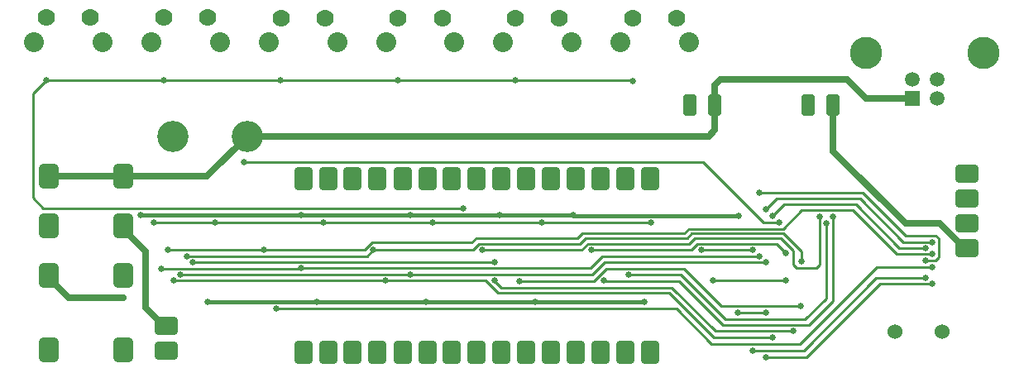
<source format=gbr>
G04 DipTrace 4.1.0.0*
G04 1 - Top.gbr*
%MOIN*%
G04 #@! TF.FileFunction,Copper,L1,Top*
G04 #@! TF.Part,Single*
%AMOUTLINE0*
4,1,40,
-0.027558,-0.029529,
-0.02756,0.029527,
-0.02735,0.031919,
-0.02673,0.034239,
-0.025714,0.036416,
-0.024336,0.038384,
-0.022638,0.040082,
-0.020671,0.04146,
-0.018494,0.042476,
-0.016173,0.043097,
-0.013781,0.043307,
0.013778,0.043308,
0.01617,0.043098,
0.018491,0.042477,
0.020668,0.041461,
0.022635,0.040084,
0.024333,0.038385,
0.025711,0.036418,
0.026727,0.034241,
0.027348,0.031921,
0.027558,0.029529,
0.02756,-0.029527,
0.02735,-0.031919,
0.02673,-0.034239,
0.025714,-0.036416,
0.024336,-0.038384,
0.022638,-0.040082,
0.020671,-0.04146,
0.018494,-0.042476,
0.016173,-0.043097,
0.013781,-0.043307,
-0.013778,-0.043308,
-0.01617,-0.043098,
-0.018491,-0.042477,
-0.020668,-0.041461,
-0.022635,-0.040084,
-0.024333,-0.038385,
-0.025711,-0.036418,
-0.026727,-0.034241,
-0.027348,-0.031921,
-0.027558,-0.029529,
0*%
%AMOUTLINE3*
4,1,28,
0.01875,-0.0475,
-0.01875,-0.0475,
-0.023603,-0.046861,
-0.028125,-0.044988,
-0.032008,-0.042008,
-0.034988,-0.038125,
-0.036861,-0.033603,
-0.0375,-0.02875,
-0.0375,0.02875,
-0.036861,0.033603,
-0.034988,0.038125,
-0.032008,0.042008,
-0.028125,0.044988,
-0.023603,0.046861,
-0.01875,0.0475,
0.01875,0.0475,
0.023603,0.046861,
0.028125,0.044988,
0.032008,0.042008,
0.034988,0.038125,
0.036861,0.033603,
0.0375,0.02875,
0.0375,-0.02875,
0.036861,-0.033603,
0.034988,-0.038125,
0.032008,-0.042008,
0.028125,-0.044988,
0.023603,-0.046861,
0.01875,-0.0475,
0*%
%AMOUTLINE6*
4,1,28,
0.0475,0.01875,
0.0475,-0.01875,
0.046861,-0.023603,
0.044988,-0.028125,
0.042008,-0.032008,
0.038125,-0.034988,
0.033603,-0.036861,
0.02875,-0.0375,
-0.02875,-0.0375,
-0.033603,-0.036861,
-0.038125,-0.034988,
-0.042008,-0.032008,
-0.044988,-0.028125,
-0.046861,-0.023603,
-0.0475,-0.01875,
-0.0475,0.01875,
-0.046861,0.023603,
-0.044988,0.028125,
-0.042008,0.032008,
-0.038125,0.034988,
-0.033603,0.036861,
-0.02875,0.0375,
0.02875,0.0375,
0.033603,0.036861,
0.038125,0.034988,
0.042008,0.032008,
0.044988,0.028125,
0.046861,0.023603,
0.0475,0.01875,
0*%
%AMOUTLINE9*
4,1,28,
-0.047499,-0.018752,
-0.047501,0.018748,
-0.046862,0.023601,
-0.044989,0.028124,
-0.042009,0.032007,
-0.038126,0.034987,
-0.033604,0.03686,
-0.028751,0.037499,
0.028749,0.037501,
0.033602,0.036862,
0.038124,0.034989,
0.042007,0.03201,
0.044987,0.028126,
0.04686,0.023604,
0.047499,0.018752,
0.047501,-0.018748,
0.046862,-0.023601,
0.044989,-0.028124,
0.042009,-0.032007,
0.038126,-0.034987,
0.033604,-0.03686,
0.028751,-0.037499,
-0.028749,-0.037501,
-0.033602,-0.036862,
-0.038124,-0.034989,
-0.042007,-0.03201,
-0.044987,-0.028126,
-0.04686,-0.023604,
-0.047499,-0.018752,
0*%
%AMOUTLINE12*
4,1,40,
0.019685,-0.049213,
-0.019685,-0.049213,
-0.023104,-0.048913,
-0.026417,-0.048025,
-0.029528,-0.046575,
-0.032339,-0.044608,
-0.034765,-0.042181,
-0.036732,-0.03937,
-0.038182,-0.03626,
-0.039071,-0.032946,
-0.03937,-0.029528,
-0.03937,0.029528,
-0.039071,0.032946,
-0.038182,0.03626,
-0.036732,0.03937,
-0.034765,0.042181,
-0.032339,0.044608,
-0.029528,0.046575,
-0.026417,0.048025,
-0.023104,0.048913,
-0.019685,0.049213,
0.019685,0.049213,
0.023104,0.048913,
0.026417,0.048025,
0.029528,0.046575,
0.032339,0.044608,
0.034765,0.042181,
0.036732,0.03937,
0.038182,0.03626,
0.039071,0.032946,
0.03937,0.029528,
0.03937,-0.029528,
0.039071,-0.032946,
0.038182,-0.03626,
0.036732,-0.03937,
0.034765,-0.042181,
0.032339,-0.044608,
0.029528,-0.046575,
0.026417,-0.048025,
0.023104,-0.048913,
0.019685,-0.049213,
0*%
G04 #@! TA.AperFunction,ViaPad*
%ADD16C,0.025*%
G04 #@! TA.AperFunction,Conductor*
%ADD17C,0.01*%
%ADD19C,0.015*%
G04 #@! TA.AperFunction,ComponentPad*
%ADD22C,0.125984*%
%ADD26C,0.07*%
%ADD27C,0.08*%
%ADD32C,0.059055*%
%ADD33R,0.059055X0.059055*%
%ADD34C,0.129921*%
%ADD42C,0.06*%
%ADD92OUTLINE0*%
%ADD95OUTLINE3*%
%ADD98OUTLINE6*%
%ADD101OUTLINE9*%
%ADD104OUTLINE12*%
%FSLAX26Y26*%
G04*
G70*
G90*
G75*
G01*
G04 Top*
%LPD*%
X1099743Y1252877D2*
D16*
X1436703D1*
X1598803Y1414976D1*
X1099743Y1252877D2*
X799743D1*
X3483803Y1540822D2*
X3483787D1*
X4280748Y1566159D2*
X4094444D1*
X4015803Y1644799D1*
X3506803D1*
X3483803Y1621799D1*
Y1540837D1*
X1598803Y1414976D2*
X3459244D1*
X3483787Y1439520D1*
Y1540822D1*
X3961178Y1541113D2*
Y1354904D1*
X4252843Y1063240D1*
X4360870D1*
X4501171Y964453D2*
X4490130D1*
X4391343Y1063240D1*
X4360870D1*
X1440433Y747375D2*
D19*
X1880433D1*
X2320433D1*
X2760433D1*
X3200433D1*
X3635846Y550744D2*
D17*
X3841512D1*
X4133551Y842783D1*
X4333843D1*
X3635846Y955957D2*
X3428433D1*
Y956377D1*
X3690388Y523138D2*
X3852906D1*
X4148945Y819177D1*
X4358449D1*
X3689857Y702815D2*
X3578373D1*
X3577933Y702375D1*
X3768661Y833622D2*
X3477425Y833657D1*
X3768835Y944516D2*
X3732193Y981157D1*
X3412925D1*
X3388144Y956377D1*
X2987433D1*
X3932177Y1065240D2*
Y761909D1*
X3846394Y676126D1*
X3527476D1*
X3346726Y856877D1*
X3137933D1*
X3037933Y832377D2*
X3039152Y831157D1*
X3340425D1*
X3516783Y654799D1*
X3862567D1*
X3959433Y751665D1*
Y1091126D1*
X2679115Y1639072D2*
X2206675D1*
X1734235D1*
X1733235Y1640072D1*
X2679115Y1639072D2*
X3151542D1*
Y1638572D1*
X1261803Y1640322D2*
X789361D1*
X788361Y1641322D1*
X1261803Y1640322D2*
X1732986D1*
X1733235Y1640072D1*
X2469933Y1123877D2*
X777726D1*
X734803Y1166799D1*
Y1587764D1*
X788361Y1641322D1*
X3905996Y1091126D2*
Y897728D1*
X3892925Y884657D1*
X3811925D1*
X3800425Y896157D1*
Y952157D1*
X3749783Y1002799D1*
X3401567D1*
X3379925Y981157D1*
X2972425D1*
X2947644Y956377D1*
X2547833D1*
X3743925Y1067157D2*
X3678925D1*
X3435425Y1310657D1*
X1587925D1*
X1272531Y650877D2*
D16*
X1261726D1*
X1189803Y722799D1*
Y951799D1*
X1099743Y1041860D1*
Y1052877D1*
X3830634Y730858D2*
D17*
X3509951D1*
X3359652Y881157D1*
X3046925D1*
X2995644Y829877D1*
X2697433D1*
X2597933Y832377D2*
Y831150D1*
X2623925Y805157D1*
X3309900D1*
X3486105Y628953D1*
X3799768D1*
X1380803Y905799D2*
X2597933D1*
Y906126D1*
X1354803Y930799D2*
X2082356D1*
X2107933Y956377D1*
X3831803Y909799D2*
Y949780D1*
X3759283Y1022299D1*
X3389567D1*
X3371425Y1004157D1*
X2961925D1*
X2939425Y981657D1*
X2533925D1*
X2508644Y956377D1*
X2107933D1*
X3690185Y1119533D2*
X3732975Y1162323D1*
X4068260D1*
X4242161Y988421D1*
X4358449D1*
X3690185Y905744D2*
X3038512D1*
X2990394Y857626D1*
X2257933D1*
X1329803D1*
Y858236D1*
X3717104Y1093848D2*
X3763394Y1140138D1*
X4052445D1*
X4227768Y964815D1*
X4333843D1*
X2157933Y832877D2*
X2558706D1*
X2608425Y783157D1*
X3298402D1*
X3478165Y603394D1*
X3716760D1*
X2157933Y832877D2*
X1303803D1*
Y832799D1*
X1278803Y955799D2*
X1667933D1*
Y956377D1*
X2073144D1*
X2103425Y986657D1*
X2503425D1*
X2521925Y1005157D1*
X2930925D1*
X2949925Y1024157D1*
X3360925D1*
X3378067Y1041299D1*
X3758567D1*
X3833720Y1116453D1*
X4039630D1*
X4215874Y940209D1*
X4358449D1*
X3664266Y1186348D2*
X4080235D1*
X4252425Y1014157D1*
X4374425D1*
X4386425Y1002157D1*
Y926157D1*
X4373870Y913602D1*
X4333843D1*
X3663266Y930350D2*
X3030118D1*
X2982143Y882375D1*
X1817433D1*
X1252803Y881799D2*
X1817433D1*
Y882375D1*
X1717933Y719377D2*
X3328432D1*
X3471009Y576799D1*
X3825067D1*
X4136343Y888075D1*
X4358449D1*
X3227433Y1065877D2*
X2787433D1*
X2347433D1*
X1468433D2*
X1222433D1*
X799745Y842858D2*
D16*
Y852877D1*
X799743D1*
Y842860D2*
X878803Y763799D1*
X1098803D1*
X1468433Y1065877D2*
D17*
X1906933D1*
X1907433Y1066377D1*
X2346933D1*
X2347433Y1065877D1*
X3578433Y1094877D2*
D19*
X2912933D1*
Y1095877D1*
X2614933D1*
X2257933D1*
X1817933D1*
X1170433D2*
X1817933D1*
D16*
X3635846Y550744D3*
X1261803Y1640322D3*
X3716760Y603394D3*
X788361Y1641322D3*
X1170433Y1095877D3*
X1222433Y1065877D3*
X1098803Y763799D3*
X1252803Y881799D3*
X1278803Y955799D3*
X1303803Y832799D3*
X1329803Y858236D3*
X1354803Y930799D3*
X1380803Y905799D3*
X3743925Y1067157D3*
X1587925Y1310657D3*
X2206675Y1639072D3*
X3799768Y628953D3*
X3768835Y944516D3*
X3830634Y730858D3*
X4358449Y988421D3*
X3768661Y833622D3*
X3831803Y909799D3*
X4333843Y913602D3*
X4358449Y888075D3*
X4333843Y964815D3*
X4358449Y940209D3*
X4333843Y842783D3*
X4358449Y819177D3*
X3932177Y1065240D3*
X3905996Y1091126D3*
X3959433D3*
X3664266Y1186348D3*
X3635846Y955957D3*
X3690185Y905744D3*
X3663266Y930350D3*
X3690185Y1119533D3*
X3717104Y1093848D3*
X3689857Y702815D3*
X3690388Y523138D3*
X2679115Y1639072D3*
X1733235Y1640072D3*
X4360870Y1063240D3*
X3151542Y1638572D3*
X3227433Y1065877D3*
X2787433D3*
X3578433Y1094877D3*
X3200433Y747375D3*
X3428433Y956377D3*
X3577933Y702375D3*
X3477425Y833657D3*
X2912933Y1095877D3*
X2760433Y747375D3*
X2987433Y956377D3*
X3137933Y856877D3*
X3037933Y832377D3*
X2347433Y1065877D3*
X2614933Y1095877D3*
X2320433Y747375D3*
X2547833Y956377D3*
X2697433Y829877D3*
X2597933Y832377D3*
X1907433Y1066377D3*
X2257933Y1095877D3*
X1880433Y747375D3*
X2107933Y956377D3*
X2257933Y857626D3*
X2157933Y832877D3*
X1468433Y1065877D3*
X1817933Y1095877D3*
X1440433Y747375D3*
X1667933Y956377D3*
X1817433Y882375D3*
X1717933Y719377D3*
X2469933Y1123877D3*
X2597933Y906126D3*
D22*
X1598803Y1414977D3*
X1298803Y1414992D3*
D92*
X3483787Y1540822D3*
X3383787Y1540818D3*
X3961178Y1541113D3*
X3861178Y1541110D3*
D26*
X3329865Y1891100D3*
X3152699D3*
D27*
X3103487Y1792675D3*
X3379096D3*
D26*
X2857440Y1891100D3*
X2680274D3*
D27*
X2631062Y1792675D3*
X2906671D3*
D26*
X2384999Y1891100D3*
X2207833D3*
D27*
X2158621Y1792675D3*
X2434230D3*
D26*
X1912558Y1891100D3*
X1735392D3*
D27*
X1686180Y1792675D3*
X1961789D3*
D26*
X1440126Y1892350D3*
X1262961D3*
D27*
X1213748Y1793925D3*
X1489357D3*
D26*
X967685Y1892350D3*
X790520D3*
D27*
X741307Y1793925D3*
X1016916D3*
D95*
X2325219Y1243626D3*
X2225219D3*
X1925222D3*
X1825222D3*
X2123642D3*
X2023642D3*
X3223644D3*
X3123644D3*
X3023644D3*
X2923644D3*
X2823644D3*
X2723644D3*
X2623644D3*
X2523644D3*
X2423644D3*
D98*
X1272531Y650877D3*
Y550877D3*
D95*
X2325219Y543626D3*
X2225219D3*
X1925222D3*
X1825222D3*
X2123642D3*
X2023642D3*
X3223644D3*
X3123644D3*
X3023644D3*
X2923644D3*
X2823644D3*
X2723644D3*
X2623644D3*
X2523644D3*
X2423644D3*
D101*
X4501170Y964453D3*
X4501167Y1064453D3*
X4501164Y1164453D3*
X4501160Y1264453D3*
D32*
X4379173Y1644899D3*
X4280748D3*
D33*
Y1566159D3*
D32*
X4379173D3*
D34*
X4566969Y1751592D3*
X4092953D3*
D104*
X799743Y552877D3*
Y852877D3*
Y1052877D3*
Y1252877D3*
X1099743Y852877D3*
Y552877D3*
Y1052877D3*
Y1252877D3*
D42*
X4209315Y627245D3*
X4399315Y627251D3*
M02*

</source>
